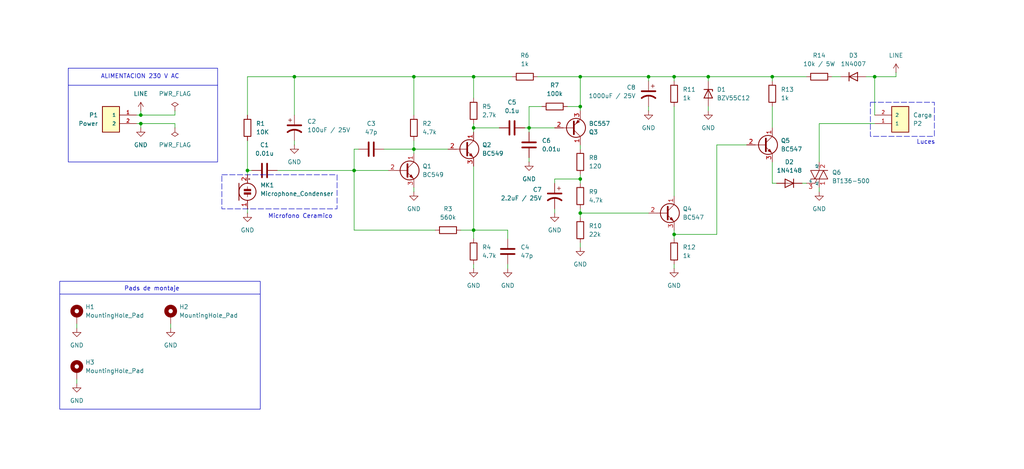
<source format=kicad_sch>
(kicad_sch (version 20250114) (generator "eeschema") (generator_version "9.0")
  (paper "User" 304.8 139.7)
  (title_block (title "Controlador de Lamparas por Sonido") (date "2025-04-18") (rev "1") (company "AC company"))
  (lib_symbols
    (symbol "282837-2:282837-2" (pin_names (offset 1.016))
      (property "Reference" "P" (at -2.5406 2.5438 0))
      (property "Value" "282837-2" (at -2.5424 -6.3745 0))
      (symbol "282837-2_0_0"
        (rectangle (start -2.54 -5.08) (end 2.54 2.54) (stroke (width 0.254)) (fill (type background)))
        (pin passive line (at -7.62 0 0) (length 5.08) (name "1") (number "1"))
        (pin passive line (at -7.62 -2.54 0) (length 5.08) (name "2") (number "2"))
      )
    )
    (symbol "Device:C" (pin_numbers (hide yes)) (pin_names (offset 0.254))
      (property "Reference" "C" (at 0.635 2.54 0))
      (property "Value" "C" (at 0.635 -2.54 0))
      (symbol "C_0_1"
        (polyline (pts (xy -2.032 0.762) (xy 2.032 0.762)) (stroke (width 0.508)))
        (polyline (pts (xy -2.032 -0.762) (xy 2.032 -0.762)) (stroke (width 0.508)))
      )
      (symbol "C_1_1"
        (pin passive line (at 0 3.81 270) (length 2.794) (name "~") (number "1"))
        (pin passive line (at 0 -3.81 90) (length 2.794) (name "~") (number "2"))
      )
    )
    (symbol "Device:C_Polarized_US" (pin_numbers (hide yes)) (pin_names (offset 0.254) (hide yes))
      (property "Reference" "C" (at 0.635 2.54 0))
      (property "Value" "C_Polarized_US" (at 0.635 -2.54 0))
      (symbol "C_Polarized_US_0_1"
        (polyline (pts (xy -2.032 0.762) (xy 2.032 0.762)) (stroke (width 0.508)))
        (polyline (pts (xy -1.778 2.286) (xy -0.762 2.286)))
        (polyline (pts (xy -1.27 1.778) (xy -1.27 2.794)))
        (arc (start -2.032 -1.27) (mid 0 -0.5572) (end 2.032 -1.27) (stroke (width 0.508)))
      )
      (symbol "C_Polarized_US_1_1"
        (pin passive line (at 0 3.81 270) (length 2.794) (name "~") (number "1"))
        (pin passive line (at 0 -3.81 90) (length 3.302) (name "~") (number "2"))
      )
    )
    (symbol "Device:Microphone_Condenser" (pin_names (offset 0.0254) (hide yes))
      (property "Reference" "MK" (at -3.302 1.27 0))
      (property "Value" "Microphone_Condenser" (at -3.302 -0.635 0))
      (symbol "Microphone_Condenser_0_1"
        (polyline (pts (xy -2.54 2.54) (xy -2.54 -2.54)) (stroke (width 0.254)))
        (polyline (pts (xy 0 0.762) (xy 0 1.524)))
        (circle (center 0 0) (radius 2.54) (stroke (width 0.254)))
        (polyline (pts (xy 0 -0.762) (xy 0 -1.524)))
        (polyline (pts (xy 0.254 3.81) (xy 0.762 3.81)))
        (polyline (pts (xy 0.508 4.064) (xy 0.508 3.556)))
        (rectangle (start 1.016 0.762) (end -1.016 0.254) (fill (type outline)))
        (rectangle (start 1.016 -0.254) (end -1.016 -0.762) (fill (type outline)))
      )
      (symbol "Microphone_Condenser_1_1"
        (pin passive line (at 0 5.08 270) (length 2.54) (name "+") (number "2"))
        (pin passive line (at 0 -5.08 90) (length 2.54) (name "-") (number "1"))
      )
    )
    (symbol "Device:R" (pin_numbers (hide yes)) (pin_names (offset 0))
      (property "Reference" "R" (at 2.032 0 90))
      (property "Value" "R" (at 0 0 90))
      (symbol "R_0_1"
        (rectangle (start -1.016 -2.54) (end 1.016 2.54) (stroke (width 0.254)))
      )
      (symbol "R_1_1"
        (pin passive line (at 0 3.81 270) (length 1.27) (name "~") (number "1"))
        (pin passive line (at 0 -3.81 90) (length 1.27) (name "~") (number "2"))
      )
    )
    (symbol "Diode:1N4007" (pin_numbers (hide yes)) (pin_names (hide yes))
      (property "Reference" "D" (at 0 2.54 0))
      (property "Value" "1N4007" (at 0 -2.54 0))
      (symbol "1N4007_0_1"
        (polyline (pts (xy -1.27 1.27) (xy -1.27 -1.27)) (stroke (width 0.254)))
        (polyline (pts (xy 1.27 1.27) (xy 1.27 -1.27) (xy -1.27 0) (xy 1.27 1.27)) (stroke (width 0.254)))
        (polyline (pts (xy 1.27 0) (xy -1.27 0)))
      )
      (symbol "1N4007_1_1"
        (pin passive line (at -3.81 0 0) (length 2.54) (name "K") (number "1"))
        (pin passive line (at 3.81 0 180) (length 2.54) (name "A") (number "2"))
      )
    )
    (symbol "Diode:1N4148" (pin_numbers (hide yes)) (pin_names (hide yes))
      (property "Reference" "D" (at 0 2.54 0))
      (property "Value" "1N4148" (at 0 -2.54 0))
      (symbol "1N4148_0_1"
        (polyline (pts (xy -1.27 1.27) (xy -1.27 -1.27)) (stroke (width 0.254)))
        (polyline (pts (xy 1.27 1.27) (xy 1.27 -1.27) (xy -1.27 0) (xy 1.27 1.27)) (stroke (width 0.254)))
        (polyline (pts (xy 1.27 0) (xy -1.27 0)))
      )
      (symbol "1N4148_1_1"
        (pin passive line (at -3.81 0 0) (length 2.54) (name "K") (number "1"))
        (pin passive line (at 3.81 0 180) (length 2.54) (name "A") (number "2"))
      )
    )
    (symbol "Diode:BZV55C12" (pin_numbers (hide yes)) (pin_names (hide yes))
      (property "Reference" "D" (at 0 2.54 0))
      (property "Value" "BZV55C12" (at 0 -2.54 0))
      (symbol "BZV55C12_0_1"
        (polyline (pts (xy -1.27 -1.27) (xy -1.27 1.27) (xy -0.762 1.27)) (stroke (width 0.254)))
        (polyline (pts (xy 1.27 0) (xy -1.27 0)))
        (polyline (pts (xy 1.27 -1.27) (xy 1.27 1.27) (xy -1.27 0) (xy 1.27 -1.27)) (stroke (width 0.254)))
      )
      (symbol "BZV55C12_1_1"
        (pin passive line (at -3.81 0 0) (length 2.54) (name "K") (number "1"))
        (pin passive line (at 3.81 0 180) (length 2.54) (name "A") (number "2"))
      )
    )
    (symbol "Mechanical:MountingHole_Pad" (pin_numbers (hide yes)) (pin_names (offset 1.016) (hide yes)) (in_bom no)
      (property "Reference" "H" (at 0 6.35 0))
      (property "Value" "MountingHole_Pad" (at 0 4.445 0))
      (symbol "MountingHole_Pad_0_1"
        (circle (center 0 1.27) (radius 1.27) (stroke (width 1.27)))
      )
      (symbol "MountingHole_Pad_1_1"
        (pin input line (at 0 -2.54 90) (length 2.54) (name "1") (number "1"))
      )
    )
    (symbol "Transistor_BJT:BC547" (pin_names (offset 0) (hide yes))
      (property "Reference" "Q" (at 5.08 1.905 0))
      (property "Value" "BC547" (at 5.08 0 0))
      (symbol "BC547_0_1"
        (polyline (pts (xy -2.54 0) (xy 0.635 0)))
        (polyline (pts (xy 0.635 1.905) (xy 0.635 -1.905)) (stroke (width 0.508)))
        (circle (center 1.27 0) (radius 2.8194) (stroke (width 0.254)))
      )
      (symbol "BC547_1_1"
        (polyline (pts (xy 0.635 0.635) (xy 2.54 2.54)))
        (polyline (pts (xy 0.635 -0.635) (xy 2.54 -2.54)))
        (polyline (pts (xy 1.27 -1.778) (xy 1.778 -1.27) (xy 2.286 -2.286) (xy 1.27 -1.778)) (fill (type outline)))
        (pin input line (at -5.08 0 0) (length 2.54) (name "B") (number "2"))
        (pin passive line (at 2.54 5.08 270) (length 2.54) (name "C") (number "1"))
        (pin passive line (at 2.54 -5.08 90) (length 2.54) (name "E") (number "3"))
      )
    )
    (symbol "Transistor_BJT:BC549" (pin_names (offset 0) (hide yes))
      (property "Reference" "Q" (at 5.08 1.905 0))
      (property "Value" "BC549" (at 5.08 0 0))
      (symbol "BC549_0_1"
        (polyline (pts (xy -2.54 0) (xy 0.635 0)))
        (polyline (pts (xy 0.635 1.905) (xy 0.635 -1.905)) (stroke (width 0.508)))
        (circle (center 1.27 0) (radius 2.8194) (stroke (width 0.254)))
      )
      (symbol "BC549_1_1"
        (polyline (pts (xy 0.635 0.635) (xy 2.54 2.54)))
        (polyline (pts (xy 0.635 -0.635) (xy 2.54 -2.54)))
        (polyline (pts (xy 1.27 -1.778) (xy 1.778 -1.27) (xy 2.286 -2.286) (xy 1.27 -1.778)) (fill (type outline)))
        (pin input line (at -5.08 0 0) (length 2.54) (name "B") (number "2"))
        (pin passive line (at 2.54 5.08 270) (length 2.54) (name "C") (number "1"))
        (pin passive line (at 2.54 -5.08 90) (length 2.54) (name "E") (number "3"))
      )
    )
    (symbol "Transistor_BJT:BC557" (pin_names (offset 0) (hide yes))
      (property "Reference" "Q" (at 5.08 1.905 0))
      (property "Value" "BC557" (at 5.08 0 0))
      (symbol "BC557_0_1"
        (polyline (pts (xy -2.54 0) (xy 0.635 0)))
        (polyline (pts (xy 0.635 1.905) (xy 0.635 -1.905)) (stroke (width 0.508)))
        (polyline (pts (xy 0.635 0.635) (xy 2.54 2.54)))
        (polyline (pts (xy 0.635 -0.635) (xy 2.54 -2.54)))
        (circle (center 1.27 0) (radius 2.8194) (stroke (width 0.254)))
        (polyline (pts (xy 2.286 -1.778) (xy 1.778 -2.286) (xy 1.27 -1.27) (xy 2.286 -1.778)) (fill (type outline)))
      )
      (symbol "BC557_1_1"
        (pin input line (at -5.08 0 0) (length 2.54) (name "B") (number "2"))
        (pin passive line (at 2.54 5.08 270) (length 2.54) (name "C") (number "1"))
        (pin passive line (at 2.54 -5.08 90) (length 2.54) (name "E") (number "3"))
      )
    )
    (symbol "Triac_Thyristor:BT136-500" (pin_names (offset 0))
      (property "Reference" "Q" (at 5.08 1.905 0))
      (property "Value" "BT136-500" (at 5.08 0 0))
      (symbol "BT136-500_0_1"
        (polyline (pts (xy -2.54 1.27) (xy 2.54 1.27)) (stroke (width 0.2032)))
        (polyline (pts (xy -2.54 1.27) (xy -1.27 -1.27) (xy 0 1.27)) (stroke (width 0.2032)))
        (polyline (pts (xy -2.54 -1.27) (xy 2.54 -1.27)) (stroke (width 0.2032)))
        (polyline (pts (xy -1.27 -2.54) (xy -0.635 -1.27)))
        (polyline (pts (xy 0 -1.27) (xy 1.27 1.27) (xy 2.54 -1.27)) (stroke (width 0.2032)))
      )
      (symbol "BT136-500_1_1"
        (pin input line (at -3.81 -2.54 0) (length 2.54) (name "G") (number "3"))
        (pin passive line (at 0 3.81 270) (length 2.54) (name "A2") (number "2"))
        (pin passive line (at 0 -3.81 90) (length 2.54) (name "A1") (number "1"))
      )
    )
    (symbol "power:GND" (power) (pin_numbers (hide yes)) (pin_names (offset 0) (hide yes))
      (property "Value" "GND" (at 0 -3.81 0))
      (symbol "GND_0_1"
        (polyline (pts (xy 0 0) (xy 0 -1.27) (xy 1.27 -1.27) (xy 0 -2.54) (xy -1.27 -1.27) (xy 0 -1.27)))
      )
      (symbol "GND_1_1"
        (pin power_in line (at 0 0 270) (length 0) (name "~") (number "1"))
      )
    )
    (symbol "power:LINE" (power) (pin_numbers (hide yes)) (pin_names (offset 0) (hide yes))
      (property "Value" "LINE" (at 0 3.556 0))
      (symbol "LINE_0_1"
        (polyline (pts (xy -0.762 1.27) (xy 0 2.54)))
        (polyline (pts (xy 0 2.54) (xy 0.762 1.27)))
        (polyline (pts (xy 0 0) (xy 0 2.54)))
      )
      (symbol "LINE_1_1"
        (pin power_in line (at 0 0 90) (length 0) (name "~") (number "1"))
      )
    )
    (symbol "power:PWR_FLAG" (power) (pin_numbers (hide yes)) (pin_names (offset 0) (hide yes))
      (property "Value" "PWR_FLAG" (at 0 3.81 0))
      (symbol "PWR_FLAG_0_0"
        (pin power_out line (at 0 0 90) (length 0) (name "~") (number "1"))
      )
      (symbol "PWR_FLAG_0_1"
        (polyline (pts (xy 0 0) (xy 0 1.27) (xy -1.016 1.905) (xy 0 2.54) (xy 1.016 1.905) (xy 0 1.27)))
      )
    )
  )
  (rectangle (start 17.78 83.82) (end 77.47 121.92))
  (rectangle (start 259.08 30.48) (end 278.13 40.64) (stroke (width 0) (type dash)))
  (rectangle (start 66.04 52.07) (end 100.33 62.23) (stroke (width 0) (type dash)))
  (rectangle (start 20.32 20.32) (end 64.77 48.26))
  (text "ALIMENTACION 230 V AC " (at 42.164 22.86 0) (effects (font (size 1.27 1.27))))
  (text "Luces" (at 275.59 42.418 0) (effects (font (size 1.27 1.27))))
  (text "Microfono Ceramico" (at 89.408 64.516 0) (effects (font (size 1.27 1.27))))
  (text "Pads de montaje" (at 45.212 86.106 0) (effects (font (size 1.27 1.27))))
  (junction (at 123.19 44.45))
  (junction (at 172.72 31.75))
  (junction (at 123.19 22.86))
  (junction (at 140.97 38.1))
  (junction (at 172.72 63.5))
  (junction (at 140.97 22.86))
  (junction (at 41.91 36.83))
  (junction (at 73.66 50.8))
  (junction (at 193.04 22.86))
  (junction (at 210.82 22.86))
  (junction (at 260.35 22.86))
  (junction (at 105.41 50.8))
  (junction (at 200.66 69.85))
  (junction (at 140.97 68.58))
  (junction (at 172.72 22.86))
  (junction (at 200.66 22.86))
  (junction (at 229.87 22.86))
  (junction (at 41.91 34.29))
  (junction (at 157.48 38.1))
  (junction (at 172.72 53.34))
  (junction (at 87.63 22.86))
  (wire (pts (xy 229.87 54.61) (xy 231.14 54.61)))
  (wire (pts (xy 260.35 22.86) (xy 257.81 22.86)))
  (wire (pts (xy 52.07 34.29) (xy 41.91 34.29)))
  (wire (pts (xy 123.19 22.86) (xy 123.19 34.29)))
  (wire (pts (xy 172.72 22.86) (xy 172.72 31.75)))
  (wire (pts (xy 172.72 63.5) (xy 193.04 63.5)))
  (wire (pts (xy 52.07 38.1) (xy 52.07 36.83)))
  (wire (pts (xy 140.97 36.83) (xy 140.97 38.1)))
  (wire (pts (xy 41.91 36.83) (xy 41.91 38.1)))
  (wire (pts (xy 73.66 41.91) (xy 73.66 50.8)))
  (wire (pts (xy 165.1 53.34) (xy 172.72 53.34)))
  (wire (pts (xy 157.48 38.1) (xy 165.1 38.1)))
  (wire (pts (xy 165.1 54.61) (xy 165.1 53.34)))
  (wire (pts (xy 140.97 78.74) (xy 140.97 80.01)))
  (wire (pts (xy 160.02 22.86) (xy 172.72 22.86)))
  (wire (pts (xy 229.87 48.26) (xy 229.87 54.61)))
  (wire (pts (xy 73.66 50.8) (xy 74.93 50.8)))
  (wire (pts (xy 106.68 44.45) (xy 105.41 44.45)))
  (wire (pts (xy 73.66 62.23) (xy 73.66 63.5)))
  (wire (pts (xy 165.1 62.23) (xy 165.1 63.5)))
  (wire (pts (xy 172.72 62.23) (xy 172.72 63.5)))
  (wire (pts (xy 105.41 44.45) (xy 105.41 50.8)))
  (wire (pts (xy 260.35 34.29) (xy 260.35 22.86)))
  (wire (pts (xy 22.86 113.03) (xy 22.86 114.3)))
  (wire (pts (xy 193.04 22.86) (xy 172.72 22.86)))
  (polyline (pts (xy 17.78 87.63) (xy 77.47 87.63)))
  (wire (pts (xy 200.66 78.74) (xy 200.66 80.01)))
  (wire (pts (xy 41.91 34.29) (xy 41.91 33.02)))
  (wire (pts (xy 123.19 22.86) (xy 87.63 22.86)))
  (wire (pts (xy 157.48 38.1) (xy 157.48 39.37)))
  (wire (pts (xy 172.72 31.75) (xy 172.72 33.02)))
  (wire (pts (xy 243.84 48.26) (xy 243.84 36.83)))
  (wire (pts (xy 22.86 96.52) (xy 22.86 97.79)))
  (wire (pts (xy 82.55 50.8) (xy 105.41 50.8)))
  (wire (pts (xy 213.36 43.18) (xy 222.25 43.18)))
  (wire (pts (xy 193.04 24.13) (xy 193.04 22.86)))
  (wire (pts (xy 247.65 22.86) (xy 250.19 22.86)))
  (wire (pts (xy 238.76 54.61) (xy 240.03 54.61)))
  (wire (pts (xy 200.66 31.75) (xy 200.66 58.42)))
  (wire (pts (xy 73.66 34.29) (xy 73.66 22.86)))
  (wire (pts (xy 123.19 55.88) (xy 123.19 57.15)))
  (wire (pts (xy 129.54 68.58) (xy 105.41 68.58)))
  (wire (pts (xy 172.72 53.34) (xy 172.72 54.61)))
  (wire (pts (xy 73.66 22.86) (xy 87.63 22.86)))
  (wire (pts (xy 157.48 38.1) (xy 157.48 31.75)))
  (wire (pts (xy 140.97 68.58) (xy 140.97 71.12)))
  (wire (pts (xy 200.66 22.86) (xy 193.04 22.86)))
  (polyline (pts (xy 20.32 25.4) (xy 64.77 25.4)))
  (wire (pts (xy 200.66 69.85) (xy 213.36 69.85)))
  (wire (pts (xy 200.66 24.13) (xy 200.66 22.86)))
  (wire (pts (xy 52.07 36.83) (xy 41.91 36.83)))
  (wire (pts (xy 200.66 68.58) (xy 200.66 69.85)))
  (wire (pts (xy 168.91 31.75) (xy 172.72 31.75)))
  (wire (pts (xy 40.64 36.83) (xy 41.91 36.83)))
  (wire (pts (xy 200.66 69.85) (xy 200.66 71.12)))
  (wire (pts (xy 114.3 44.45) (xy 123.19 44.45)))
  (wire (pts (xy 123.19 44.45) (xy 133.35 44.45)))
  (wire (pts (xy 73.66 52.07) (xy 73.66 50.8)))
  (wire (pts (xy 40.64 34.29) (xy 41.91 34.29)))
  (wire (pts (xy 50.8 96.52) (xy 50.8 97.79)))
  (wire (pts (xy 193.04 31.75) (xy 193.04 33.02)))
  (wire (pts (xy 210.82 22.86) (xy 200.66 22.86)))
  (wire (pts (xy 123.19 44.45) (xy 123.19 45.72)))
  (wire (pts (xy 123.19 41.91) (xy 123.19 44.45)))
  (wire (pts (xy 266.7 21.59) (xy 266.7 22.86)))
  (wire (pts (xy 151.13 71.12) (xy 151.13 68.58)))
  (wire (pts (xy 105.41 68.58) (xy 105.41 50.8)))
  (wire (pts (xy 229.87 31.75) (xy 229.87 38.1)))
  (wire (pts (xy 151.13 68.58) (xy 140.97 68.58)))
  (wire (pts (xy 213.36 69.85) (xy 213.36 43.18)))
  (wire (pts (xy 157.48 46.99) (xy 157.48 48.26)))
  (wire (pts (xy 140.97 22.86) (xy 152.4 22.86)))
  (wire (pts (xy 172.72 43.18) (xy 172.72 44.45)))
  (wire (pts (xy 172.72 63.5) (xy 172.72 64.77)))
  (wire (pts (xy 137.16 68.58) (xy 140.97 68.58)))
  (wire (pts (xy 243.84 55.88) (xy 243.84 57.15)))
  (wire (pts (xy 210.82 31.75) (xy 210.82 33.02)))
  (wire (pts (xy 156.21 38.1) (xy 157.48 38.1)))
  (wire (pts (xy 123.19 22.86) (xy 140.97 22.86)))
  (wire (pts (xy 140.97 38.1) (xy 140.97 39.37)))
  (wire (pts (xy 157.48 31.75) (xy 161.29 31.75)))
  (wire (pts (xy 172.72 72.39) (xy 172.72 73.66)))
  (wire (pts (xy 105.41 50.8) (xy 115.57 50.8)))
  (wire (pts (xy 52.07 33.02) (xy 52.07 34.29)))
  (wire (pts (xy 151.13 78.74) (xy 151.13 80.01)))
  (wire (pts (xy 229.87 22.86) (xy 210.82 22.86)))
  (wire (pts (xy 266.7 22.86) (xy 260.35 22.86)))
  (wire (pts (xy 140.97 38.1) (xy 148.59 38.1)))
  (wire (pts (xy 210.82 24.13) (xy 210.82 22.86)))
  (wire (pts (xy 229.87 22.86) (xy 240.03 22.86)))
  (wire (pts (xy 140.97 68.58) (xy 140.97 49.53)))
  (wire (pts (xy 87.63 41.91) (xy 87.63 43.18)))
  (wire (pts (xy 229.87 24.13) (xy 229.87 22.86)))
  (wire (pts (xy 243.84 36.83) (xy 260.35 36.83)))
  (wire (pts (xy 87.63 22.86) (xy 87.63 34.29)))
  (wire (pts (xy 140.97 22.86) (xy 140.97 29.21)))
  (wire (pts (xy 172.72 52.07) (xy 172.72 53.34)))
  (symbol (lib_id "Diode:1N4007") (at 254 22.86 0) (unit 1)
    (property "Reference" "D3" (at 254 16.51 0))
    (property "Value" "1N4007" (at 254 19.05 0))
    (property "Footprint" "Diode_THT:D_DO-41_SOD81_P10.16mm_Horizontal" (effects (hide yes)))
    (property "Datasheet" "http://www.vishay.com/docs/88503/1n4001.pdf" (effects (hide yes)))
    (property "Description" "1000V 1A General Purpose Rectifier Diode, DO-41" (effects (hide yes)))
    (property "Sim.Device" "D" (effects (hide yes)))
    (property "Sim.Pins" "1=K 2=A" (effects (hide yes)))
  )
  (symbol (lib_id "Device:C_Polarized_US") (at 87.63 38.1 0) (unit 1)
    (property "Reference" "C2" (at 91.44 36.1949 0) (effects (justify left)))
    (property "Value" "100uF / 25V" (at 91.44 38.7349 0) (effects (justify left)))
    (property "Footprint" "Capacitor_THT:CP_Radial_D5.0mm_P2.00mm" (effects (hide yes)))
    (property "Description" "Polarized capacitor, US symbol" (effects (hide yes)))
  )
  (symbol (lib_id "Device:R") (at 140.97 74.93 0) (unit 1)
    (property "Reference" "R4" (at 143.51 73.6599 0) (effects (justify left)))
    (property "Value" "4.7k" (at 143.51 76.1999 0) (effects (justify left)))
    (property "Footprint" "Resistor_SMD:R_0805_2012Metric" (effects (hide yes)))
    (property "Description" "Resistor" (effects (hide yes)))
  )
  (symbol (lib_id "Device:R") (at 165.1 31.75 90) (unit 1)
    (property "Reference" "R7" (at 165.1 25.4 90))
    (property "Value" "100k" (at 165.1 27.94 90))
    (property "Footprint" "Resistor_SMD:R_0805_2012Metric" (effects (hide yes)))
    (property "Description" "Resistor" (effects (hide yes)))
  )
  (symbol (lib_id "Device:R") (at 172.72 68.58 180) (unit 1)
    (property "Reference" "R10" (at 175.26 67.3099 0) (effects (justify right)))
    (property "Value" "22k" (at 175.26 69.8499 0) (effects (justify right)))
    (property "Footprint" "Resistor_SMD:R_0805_2012Metric" (effects (hide yes)))
    (property "Description" "Resistor" (effects (hide yes)))
  )
  (symbol (lib_id "Device:R") (at 172.72 58.42 180) (unit 1)
    (property "Reference" "R9" (at 175.26 57.1499 0) (effects (justify right)))
    (property "Value" "4.7k" (at 175.26 59.6899 0) (effects (justify right)))
    (property "Footprint" "Resistor_SMD:R_0805_2012Metric" (effects (hide yes)))
    (property "Description" "Resistor" (effects (hide yes)))
  )
  (symbol (lib_id "power:PWR_FLAG") (at 52.07 38.1 180) (unit 1)
    (property "Reference" "#FLG02" (effects (hide yes)))
    (property "Value" "PWR_FLAG" (at 52.07 43.18 0))
    (property "Description" "Special symbol for telling ERC where power comes from" (effects (hide yes)))
  )
  (symbol (lib_id "Transistor_BJT:BC547") (at 198.12 63.5 0) (unit 1)
    (property "Reference" "Q4" (at 203.2 62.2299 0) (effects (justify left)))
    (property "Value" "BC547" (at 203.2 64.7699 0) (effects (justify left)))
    (property "Footprint" "Package_TO_SOT_THT:TO-92_Inline" (effects (hide yes)))
    (property "Datasheet" "https://www.onsemi.com/pub/Collateral/BC550-D.pdf" (effects (hide yes)))
    (property "Description" "0.1A Ic, 45V Vce, Small Signal NPN Transistor, TO-92" (effects (hide yes)))
  )
  (symbol (lib_id "Device:C_Polarized_US") (at 165.1 58.42 0) (mirror y) (unit 1)
    (property "Reference" "C7" (at 161.29 56.5149 0) (effects (justify left)))
    (property "Value" "2.2uF / 25V" (at 161.29 59.0549 0) (effects (justify left)))
    (property "Footprint" "Capacitor_SMD:C_1206_3216Metric" (effects (hide yes)))
    (property "Description" "Polarized capacitor, US symbol" (effects (hide yes)))
  )
  (symbol (lib_id "power:GND") (at 41.91 38.1 0) (unit 1)
    (property "Reference" "#PWR02" (effects (hide yes)))
    (property "Value" "GND" (at 41.91 43.18 0))
    (property "Description" "Power symbol creates a global label with name \"GND\" , ground" (effects (hide yes)))
  )
  (symbol (lib_id "Device:C") (at 157.48 43.18 180) (unit 1)
    (property "Reference" "C6" (at 161.29 41.9099 0) (effects (justify right)))
    (property "Value" "0.01u" (at 161.29 44.4499 0) (effects (justify right)))
    (property "Footprint" "Capacitor_SMD:C_0805_2012Metric" (effects (hide yes)))
    (property "Description" "Unpolarized capacitor" (effects (hide yes)))
  )
  (symbol (lib_id "power:PWR_FLAG") (at 52.07 33.02 0) (unit 1)
    (property "Reference" "#FLG01" (effects (hide yes)))
    (property "Value" "PWR_FLAG" (at 52.07 27.94 0))
    (property "Description" "Special symbol for telling ERC where power comes from" (effects (hide yes)))
  )
  (symbol (lib_id "Device:R") (at 73.66 38.1 0) (unit 1)
    (property "Reference" "R1" (at 76.2 36.8299 0) (effects (justify left)))
    (property "Value" "10K" (at 76.2 39.3699 0) (effects (justify left)))
    (property "Footprint" "Resistor_SMD:R_0805_2012Metric" (effects (hide yes)))
    (property "Description" "Resistor" (effects (hide yes)))
  )
  (symbol (lib_id "power:GND") (at 87.63 43.18 0) (unit 1)
    (property "Reference" "#PWR04" (effects (hide yes)))
    (property "Value" "GND" (at 87.63 48.26 0))
    (property "Description" "Power symbol creates a global label with name \"GND\" , ground" (effects (hide yes)))
  )
  (symbol (lib_id "Device:C") (at 151.13 74.93 180) (unit 1)
    (property "Reference" "C4" (at 154.94 73.6599 0) (effects (justify right)))
    (property "Value" "47p" (at 154.94 76.1999 0) (effects (justify right)))
    (property "Footprint" "Capacitor_SMD:C_0805_2012Metric" (effects (hide yes)))
    (property "Description" "Unpolarized capacitor" (effects (hide yes)))
  )
  (symbol (lib_id "power:LINE") (at 41.91 33.02 0) (unit 1)
    (property "Reference" "#PWR01" (effects (hide yes)))
    (property "Value" "LINE" (at 41.91 27.94 0))
    (property "Description" "Power symbol creates a global label with name \"LINE\"" (effects (hide yes)))
  )
  (symbol (lib_id "Device:R") (at 140.97 33.02 0) (unit 1)
    (property "Reference" "R5" (at 143.51 31.7499 0) (effects (justify left)))
    (property "Value" "2.7k" (at 143.51 34.2899 0) (effects (justify left)))
    (property "Footprint" "Resistor_SMD:R_0805_2012Metric" (effects (hide yes)))
    (property "Description" "Resistor" (effects (hide yes)))
  )
  (symbol (lib_id "power:GND") (at 165.1 63.5 0) (unit 1)
    (property "Reference" "#PWR010" (effects (hide yes)))
    (property "Value" "GND" (at 165.1 68.58 0))
    (property "Description" "Power symbol creates a global label with name \"GND\" , ground" (effects (hide yes)))
  )
  (symbol (lib_id "Device:R") (at 133.35 68.58 90) (unit 1)
    (property "Reference" "R3" (at 133.35 62.23 90))
    (property "Value" "560k" (at 133.35 64.77 90))
    (property "Footprint" "Resistor_SMD:R_0805_2012Metric" (effects (hide yes)))
    (property "Description" "Resistor" (effects (hide yes)))
  )
  (symbol (lib_id "power:GND") (at 22.86 97.79 0) (unit 1)
    (property "Reference" "#PWR016" (effects (hide yes)))
    (property "Value" "GND" (at 22.86 102.87 0))
    (property "Description" "Power symbol creates a global label with name \"GND\" , ground" (effects (hide yes)))
  )
  (symbol (lib_id "power:LINE") (at 266.7 21.59 0) (unit 1)
    (property "Reference" "#PWR015" (effects (hide yes)))
    (property "Value" "LINE" (at 266.7 16.51 0))
    (property "Description" "Power symbol creates a global label with name \"LINE\"" (effects (hide yes)))
  )
  (symbol (lib_id "power:GND") (at 193.04 33.02 0) (unit 1)
    (property "Reference" "#PWR011" (effects (hide yes)))
    (property "Value" "GND" (at 193.04 38.1 0))
    (property "Description" "Power symbol creates a global label with name \"GND\" , ground" (effects (hide yes)))
  )
  (symbol (lib_id "power:GND") (at 151.13 80.01 0) (unit 1)
    (property "Reference" "#PWR07" (effects (hide yes)))
    (property "Value" "GND" (at 151.13 85.09 0))
    (property "Description" "Power symbol creates a global label with name \"GND\" , ground" (effects (hide yes)))
  )
  (symbol (lib_id "Transistor_BJT:BC549") (at 138.43 44.45 0) (unit 1)
    (property "Reference" "Q2" (at 143.51 43.1799 0) (effects (justify left)))
    (property "Value" "BC549" (at 143.51 45.7199 0) (effects (justify left)))
    (property "Footprint" "Package_TO_SOT_THT:TO-92_Inline" (effects (hide yes)))
    (property "Datasheet" "https://www.onsemi.com/pub/Collateral/BC550-D.pdf" (effects (hide yes)))
    (property "Description" "0.1A Ic, 30V Vce, Small Signal NPN Transistor, TO-92" (effects (hide yes)))
  )
  (symbol (lib_id "Device:R") (at 172.72 48.26 180) (unit 1)
    (property "Reference" "R8" (at 175.26 46.9899 0) (effects (justify right)))
    (property "Value" "120" (at 175.26 49.5299 0) (effects (justify right)))
    (property "Footprint" "Resistor_SMD:R_0805_2012Metric" (effects (hide yes)))
    (property "Description" "Resistor" (effects (hide yes)))
  )
  (symbol (lib_id "282837-2:282837-2") (at 33.02 34.29 0) (mirror y) (unit 1)
    (property "Reference" "P1" (at 29.21 34.2899 0) (effects (justify left)))
    (property "Value" "Power" (at 29.21 36.8299 0) (effects (justify left)))
    (property "Footprint" "BORNERA_2:TE_282837-2" (effects (hide yes)))
    (property "MF" "On Shore" (effects (hide yes)))
    (property "DESCRIPTION" "TERMINAL BLOCK 3.5MM 2POS PCB" (effects (hide yes)))
    (property "PACKAGE" "None" (effects (hide yes)))
    (property "PRICE" "0.28 USD" (effects (hide yes)))
    (property "PARTREV" "G3" (effects (hide yes)))
    (property "MP" "OSTTE020104" (effects (hide yes)))
    (property "AVAILABILITY" "Good" (effects (hide yes)))
  )
  (symbol (lib_id "Diode:1N4148") (at 234.95 54.61 180) (unit 1)
    (property "Reference" "D2" (at 234.95 48.26 0))
    (property "Value" "1N4148" (at 234.95 50.8 0))
    (property "Footprint" "Diode_THT:D_DO-35_SOD27_P7.62mm_Horizontal" (effects (hide yes)))
    (property "Datasheet" "https://assets.nexperia.com/documents/data-sheet/1N4148_1N4448.pdf" (effects (hide yes)))
    (property "Description" "100V 0.15A standard switching diode, DO-35" (effects (hide yes)))
    (property "Sim.Device" "D" (effects (hide yes)))
    (property "Sim.Pins" "1=K 2=A" (effects (hide yes)))
  )
  (symbol (lib_id "power:GND") (at 22.86 114.3 0) (unit 1)
    (property "Reference" "#PWR018" (effects (hide yes)))
    (property "Value" "GND" (at 22.86 119.38 0))
    (property "Description" "Power symbol creates a global label with name \"GND\" , ground" (effects (hide yes)))
  )
  (symbol (lib_id "Mechanical:MountingHole_Pad") (at 22.86 110.49 0) (unit 1) (in_bom no)
    (property "Reference" "H3" (at 25.4 107.9499 0) (effects (justify left)))
    (property "Value" "MountingHole_Pad" (at 25.4 110.4899 0) (effects (justify left)))
    (property "Footprint" "MountingHole:MountingHole_2.2mm_M2_ISO7380_Pad" (effects (hide yes)))
    (property "Description" "Mounting Hole with connection" (effects (hide yes)))
  )
  (symbol (lib_id "Device:R") (at 156.21 22.86 90) (unit 1)
    (property "Reference" "R6" (at 156.21 16.51 90))
    (property "Value" "1k" (at 156.21 19.05 90))
    (property "Footprint" "Resistor_SMD:R_0805_2012Metric" (effects (hide yes)))
    (property "Description" "Resistor" (effects (hide yes)))
  )
  (symbol (lib_id "Device:C") (at 78.74 50.8 90) (unit 1)
    (property "Reference" "C1" (at 78.74 43.18 90))
    (property "Value" "0.01u" (at 78.74 45.72 90))
    (property "Footprint" "Capacitor_SMD:C_0805_2012Metric" (effects (hide yes)))
    (property "Description" "Unpolarized capacitor" (effects (hide yes)))
  )
  (symbol (lib_id "Device:C") (at 152.4 38.1 90) (unit 1)
    (property "Reference" "C5" (at 152.4 30.48 90))
    (property "Value" "0.1u" (at 152.4 33.02 90))
    (property "Footprint" "Capacitor_SMD:C_0805_2012Metric" (effects (hide yes)))
    (property "Description" "Unpolarized capacitor" (effects (hide yes)))
  )
  (symbol (lib_id "power:GND") (at 50.8 97.79 0) (unit 1)
    (property "Reference" "#PWR017" (effects (hide yes)))
    (property "Value" "GND" (at 50.8 102.87 0))
    (property "Description" "Power symbol creates a global label with name \"GND\" , ground" (effects (hide yes)))
  )
  (symbol (lib_id "power:GND") (at 157.48 48.26 0) (unit 1)
    (property "Reference" "#PWR08" (effects (hide yes)))
    (property "Value" "GND" (at 157.48 53.34 0))
    (property "Description" "Power symbol creates a global label with name \"GND\" , ground" (effects (hide yes)))
  )
  (symbol (lib_id "Device:C_Polarized_US") (at 193.04 27.94 0) (mirror y) (unit 1)
    (property "Reference" "C8" (at 189.23 26.0349 0) (effects (justify left)))
    (property "Value" "1000uF / 25V" (at 189.23 28.5749 0) (effects (justify left)))
    (property "Footprint" "Capacitor_THT:CP_Radial_D10.0mm_P2.50mm" (effects (hide yes)))
    (property "Description" "Polarized capacitor, US symbol" (effects (hide yes)))
  )
  (symbol (lib_id "Device:R") (at 200.66 74.93 180) (unit 1)
    (property "Reference" "R12" (at 203.2 73.6599 0) (effects (justify right)))
    (property "Value" "1k" (at 203.2 76.1999 0) (effects (justify right)))
    (property "Footprint" "Resistor_SMD:R_0805_2012Metric" (effects (hide yes)))
    (property "Description" "Resistor" (effects (hide yes)))
  )
  (symbol (lib_id "Device:R") (at 243.84 22.86 270) (unit 1)
    (property "Reference" "R14" (at 243.84 16.51 90))
    (property "Value" "10k / 5W" (at 243.84 19.05 90))
    (property "Footprint" "Resistor_THT:R_Axial_Power_L20.0mm_W6.4mm_P22.40mm" (effects (hide yes)))
    (property "Description" "Resistor" (effects (hide yes)))
  )
  (symbol (lib_id "Transistor_BJT:BC549") (at 120.65 50.8 0) (unit 1)
    (property "Reference" "Q1" (at 125.73 49.5299 0) (effects (justify left)))
    (property "Value" "BC549" (at 125.73 52.0699 0) (effects (justify left)))
    (property "Footprint" "Package_TO_SOT_THT:TO-92_Inline" (effects (hide yes)))
    (property "Datasheet" "https://www.onsemi.com/pub/Collateral/BC550-D.pdf" (effects (hide yes)))
    (property "Description" "0.1A Ic, 30V Vce, Small Signal NPN Transistor, TO-92" (effects (hide yes)))
  )
  (symbol (lib_id "power:GND") (at 73.66 63.5 0) (unit 1)
    (property "Reference" "#PWR03" (effects (hide yes)))
    (property "Value" "GND" (at 73.66 68.58 0))
    (property "Description" "Power symbol creates a global label with name \"GND\" , ground" (effects (hide yes)))
  )
  (symbol (lib_id "Device:Microphone_Condenser") (at 73.66 57.15 0) (unit 1)
    (property "Reference" "MK1" (at 77.47 55.1814 0) (effects (justify left)))
    (property "Value" "Microphone_Condenser" (at 77.47 57.7214 0) (effects (justify left)))
    (property "Footprint" "CondenserMicrophone:MIC_CMA-4544PF-W" (effects (hide yes)))
    (property "Description" "Condenser microphone" (effects (hide yes)))
  )
  (symbol (lib_id "Mechanical:MountingHole_Pad") (at 50.8 93.98 0) (unit 1) (in_bom no)
    (property "Reference" "H2" (at 53.34 91.4399 0) (effects (justify left)))
    (property "Value" "MountingHole_Pad" (at 53.34 93.9799 0) (effects (justify left)))
    (property "Footprint" "MountingHole:MountingHole_2.2mm_M2_ISO7380_Pad" (effects (hide yes)))
    (property "Description" "Mounting Hole with connection" (effects (hide yes)))
  )
  (symbol (lib_id "Device:R") (at 229.87 27.94 180) (unit 1)
    (property "Reference" "R13" (at 232.41 26.6699 0) (effects (justify right)))
    (property "Value" "1k" (at 232.41 29.2099 0) (effects (justify right)))
    (property "Footprint" "Resistor_SMD:R_0805_2012Metric" (effects (hide yes)))
    (property "Description" "Resistor" (effects (hide yes)))
  )
  (symbol (lib_id "Transistor_BJT:BC547") (at 227.33 43.18 0) (unit 1)
    (property "Reference" "Q5" (at 232.41 41.9099 0) (effects (justify left)))
    (property "Value" "BC547" (at 232.41 44.4499 0) (effects (justify left)))
    (property "Footprint" "Package_TO_SOT_THT:TO-92_Inline" (effects (hide yes)))
    (property "Datasheet" "https://www.onsemi.com/pub/Collateral/BC550-D.pdf" (effects (hide yes)))
    (property "Description" "0.1A Ic, 45V Vce, Small Signal NPN Transistor, TO-92" (effects (hide yes)))
  )
  (symbol (lib_id "Device:R") (at 200.66 27.94 180) (unit 1)
    (property "Reference" "R11" (at 203.2 26.6699 0) (effects (justify right)))
    (property "Value" "1k" (at 203.2 29.2099 0) (effects (justify right)))
    (property "Footprint" "Resistor_SMD:R_0805_2012Metric" (effects (hide yes)))
    (property "Description" "Resistor" (effects (hide yes)))
  )
  (symbol (lib_id "Device:R") (at 123.19 38.1 0) (unit 1)
    (property "Reference" "R2" (at 125.73 36.8299 0) (effects (justify left)))
    (property "Value" "4.7k" (at 125.73 39.3699 0) (effects (justify left)))
    (property "Footprint" "Resistor_SMD:R_0805_2012Metric" (effects (hide yes)))
    (property "Description" "Resistor" (effects (hide yes)))
  )
  (symbol (lib_id "power:GND") (at 200.66 80.01 0) (unit 1)
    (property "Reference" "#PWR012" (effects (hide yes)))
    (property "Value" "GND" (at 200.66 85.09 0))
    (property "Description" "Power symbol creates a global label with name \"GND\" , ground" (effects (hide yes)))
  )
  (symbol (lib_id "power:GND") (at 123.19 57.15 0) (unit 1)
    (property "Reference" "#PWR05" (effects (hide yes)))
    (property "Value" "GND" (at 123.19 62.23 0))
    (property "Description" "Power symbol creates a global label with name \"GND\" , ground" (effects (hide yes)))
  )
  (symbol (lib_id "Transistor_BJT:BC557") (at 170.18 38.1 0) (mirror x) (unit 1)
    (property "Reference" "Q3" (at 175.26 39.3701 0) (effects (justify left)))
    (property "Value" "BC557" (at 175.26 36.8301 0) (effects (justify left)))
    (property "Footprint" "Package_TO_SOT_THT:TO-92_Inline" (effects (hide yes)))
    (property "Datasheet" "https://www.onsemi.com/pub/Collateral/BC556BTA-D.pdf" (effects (hide yes)))
    (property "Description" "0.1A Ic, 45V Vce, PNP Small Signal Transistor, TO-92" (effects (hide yes)))
  )
  (symbol (lib_id "power:GND") (at 140.97 80.01 0) (unit 1)
    (property "Reference" "#PWR06" (effects (hide yes)))
    (property "Value" "GND" (at 140.97 85.09 0))
    (property "Description" "Power symbol creates a global label with name \"GND\" , ground" (effects (hide yes)))
  )
  (symbol (lib_id "Device:C") (at 110.49 44.45 90) (unit 1)
    (property "Reference" "C3" (at 110.49 36.83 90))
    (property "Value" "47p" (at 110.49 39.37 90))
    (property "Footprint" "Capacitor_SMD:C_0805_2012Metric" (effects (hide yes)))
    (property "Description" "Unpolarized capacitor" (effects (hide yes)))
  )
  (symbol (lib_id "Mechanical:MountingHole_Pad") (at 22.86 93.98 0) (unit 1) (in_bom no)
    (property "Reference" "H1" (at 25.4 91.4399 0) (effects (justify left)))
    (property "Value" "MountingHole_Pad" (at 25.4 93.9799 0) (effects (justify left)))
    (property "Footprint" "MountingHole:MountingHole_2.2mm_M2_ISO7380_Pad" (effects (hide yes)))
    (property "Description" "Mounting Hole with connection" (effects (hide yes)))
  )
  (symbol (lib_id "Triac_Thyristor:BT136-500") (at 243.84 52.07 0) (unit 1)
    (property "Reference" "Q6" (at 247.65 51.3841 0) (effects (justify left)))
    (property "Value" "BT136-500" (at 247.65 53.9241 0) (effects (justify left)))
    (property "Footprint" "Package_TO_SOT_THT:TO-220-3_Vertical" (effects (hide yes)))
    (property "Datasheet" "http://www.micropik.com/PDF/BT136-600.pdf" (effects (hide yes)))
    (property "Description" "4A RMS, 500V Off-State Voltage, Triac, TO-220" (effects (hide yes)))
  )
  (symbol (lib_id "power:GND") (at 243.84 57.15 0) (unit 1)
    (property "Reference" "#PWR014" (effects (hide yes)))
    (property "Value" "GND" (at 243.84 62.23 0))
    (property "Description" "Power symbol creates a global label with name \"GND\" , ground" (effects (hide yes)))
  )
  (symbol (lib_id "282837-2:282837-2") (at 267.97 36.83 0) (mirror x) (unit 1)
    (property "Reference" "P2" (at 271.78 36.8301 0) (effects (justify left)))
    (property "Value" "Carga" (at 271.78 34.2901 0) (effects (justify left)))
    (property "Footprint" "BORNERA_2:TE_282837-2" (effects (hide yes)))
    (property "MF" "On Shore" (effects (hide yes)))
    (property "DESCRIPTION" "TERMINAL BLOCK 3.5MM 2POS PCB" (effects (hide yes)))
    (property "PACKAGE" "None" (effects (hide yes)))
    (property "PRICE" "0.28 USD" (effects (hide yes)))
    (property "PARTREV" "G3" (effects (hide yes)))
    (property "MP" "OSTTE020104" (effects (hide yes)))
    (property "AVAILABILITY" "Good" (effects (hide yes)))
  )
  (symbol (lib_id "Diode:BZV55C12") (at 210.82 27.94 270) (unit 1)
    (property "Reference" "D1" (at 213.36 26.6699 90) (effects (justify left)))
    (property "Value" "BZV55C12" (at 213.36 29.2099 90) (effects (justify left)))
    (property "Footprint" "Diode_SMD:D_MiniMELF" (effects (hide yes)))
    (property "Datasheet" "https://assets.nexperia.com/documents/data-sheet/BZV55_SER.pdf" (effects (hide yes)))
    (property "Description" "12V, 500mW, 5%, Zener diode, MiniMELF" (effects (hide yes)))
  )
  (symbol (lib_id "power:GND") (at 210.82 33.02 0) (unit 1)
    (property "Reference" "#PWR013" (effects (hide yes)))
    (property "Value" "GND" (at 210.82 38.1 0))
    (property "Description" "Power symbol creates a global label with name \"GND\" , ground" (effects (hide yes)))
  )
  (symbol (lib_id "power:GND") (at 172.72 73.66 0) (unit 1)
    (property "Reference" "#PWR09" (effects (hide yes)))
    (property "Value" "GND" (at 172.72 78.74 0))
    (property "Description" "Power symbol creates a global label with name \"GND\" , ground" (effects (hide yes)))
  )
)
</source>
